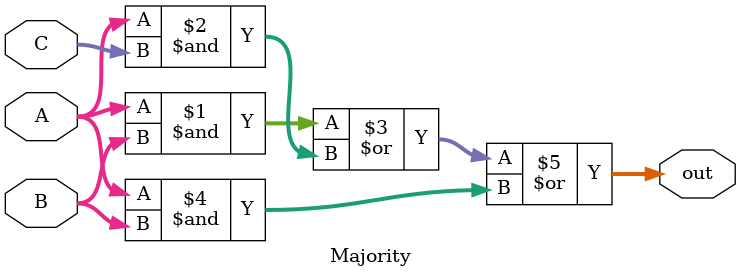
<source format=sv>
`timescale 1ns / 1ps
module Majority #(parameter BIT_W = 32)
(
	input logic[BIT_W - 1:0] A,
	input logic[BIT_W - 1:0] B,
	input logic[BIT_W - 1:0] C,

	output logic[BIT_W - 1:0] out
);

assign out  = (A&B) | (A&C) | (A&B);

endmodule

</source>
